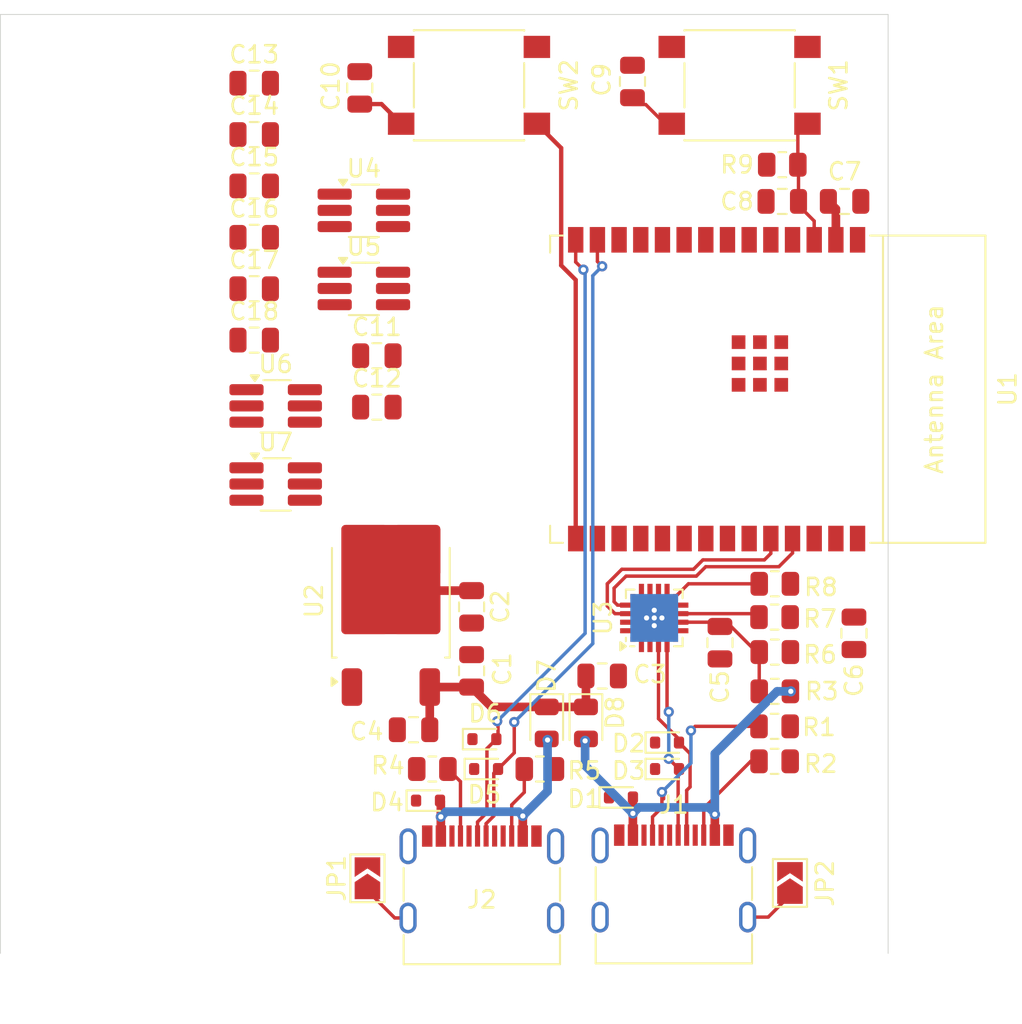
<source format=kicad_pcb>
(kicad_pcb (version 20240108) (generator "pcbnew") (generator_version "8.0")
  (layers (0 "F.Cu" signal) (31 "B.Cu" signal) (34 "B.Paste" user) (35 "F.Paste" user) (36 "B.SilkS" user "B.Silkscreen") (37 "F.SilkS" user "F.Silkscreen") (38 "B.Mask" user) (39 "F.Mask" user) (44 "Edge.Cuts" user))
  (net 0 "")
  (net 1 "GND")
  (net 2 "+5V")
  (net 3 "+3V3")
  (net 4 "Net-(U3-VBUS)")
  (net 5 "RESET")
  (net 6 "BOOT")
  (net 7 "VBUSA")
  (net 8 "D+")
  (net 9 "D-")
  (net 10 "VBUSB")
  (net 11 "ESP32_D-")
  (net 12 "ESP32_D+")
  (net 13 "Net-(J1-SHIELD)")
  (net 15 "Net-(J1-CC2)")
  (net 17 "Net-(J1-CC1)")
  (net 18 "Net-(J2-SHIELD)")
  (net 19 "Net-(J2-CC2)")
  (net 21 "Net-(J2-CC1)")
  (net 23 "Net-(U3-~{RST})")
  (net 24 "Net-(U3-~{SUSPEND})")
  (net 25 "I2C_SDA")
  (net 30 "USB_UART_TX")
  (net 37 "I2C_SCL")
  (net 40 "USB_UART_RX")
  (net 54 "OUTPUT")
  (net 55 "ANTENNA1")
  (net 56 "ANTENNA2")
  (net 57 "ANTENNA3")
  (net 58 "ANTENNA4")
  (net 59 "OUTPUT1")
  (net 60 "OUTPUT2")
  (net 61 "OUTPUT3")
  (net 62 "OUTPUT4")
  (footprint "Jumper:SolderJumper-2_P1.3mm_Open_TrianglePad1.0x1.5mm" (layer "F.Cu") (at 44.5 90.6 90)
    (property "Reference" "JP1" (at 0 -1.8 90) (layer "F.SilkS"))
    (property "Value" "SolderJumper_2_Open")
    (pad "1" smd custom (at -0.725 0 90) (size 0.3 0.3) (layers "F.Cu" "F.Mask") (net 18 "Net-(J2-SHIELD)") (options (clearance outline) (anchor rect)) (primitives (gr_poly (pts (xy 1 0) (xy 0.5 0.75) (xy -0.5 0.75) (xy -0.5 -0.75) (xy 0.5 -0.75)) (width 0) (fill yes))))
    (pad "2" smd custom (at 0.725 0 90) (size 0.3 0.3) (layers "F.Cu" "F.Mask") (net 1 "GND") (options (clearance outline) (anchor rect)) (primitives (gr_poly (pts (xy 0.5 0.75) (xy -0.65 0.75) (xy -0.15 0) (xy -0.65 -0.75) (xy 0.5 -0.75)) (width 0) (fill yes))))
  )
  (footprint "Connector_USB:USB_C_Receptacle_G-Switch_GT-USB-7010ASV" (layer "F.Cu") (at 62.45 91.8)
    (property "Reference" "J1" (at 0 -5.5 360) (layer "F.SilkS"))
    (property "Value" "USB_C_Receptacle_USB2.0_16P")
    (pad "" np_thru_hole circle (at -2.89 -2.605) (size 0.65 0.65) (drill 0.65) (layers "*.Cu" "*.Mask"))
    (pad "" np_thru_hole circle (at 2.89 -2.605) (size 0.65 0.65) (drill 0.65) (layers "*.Cu" "*.Mask"))
    (pad "A1" smd rect (at -3.2 -3.725) (size 0.6 1.24) (layers "F.Cu" "F.Paste" "F.Mask") (net 1 "GND"))
    (pad "A4" smd rect (at -2.4 -3.725) (size 0.6 1.24) (layers "F.Cu" "F.Paste" "F.Mask") (net 7 "VBUSA"))
    (pad "A5" smd rect (at -1.25 -3.725) (size 0.3 1.24) (layers "F.Cu" "F.Paste" "F.Mask") (net 17 "Net-(J1-CC1)"))
    (pad "A6" smd rect (at -0.25 -3.725) (size 0.3 1.24) (layers "F.Cu" "F.Paste" "F.Mask") (net 8 "D+"))
    (pad "A7" smd rect (at 0.25 -3.725) (size 0.3 1.24) (layers "F.Cu" "F.Paste" "F.Mask") (net 9 "D-"))
    (pad "A8" smd rect (at 1.25 -3.725) (size 0.3 1.24) (layers "F.Cu" "F.Paste" "F.Mask"))
    (pad "A9" smd rect (at 2.4 -3.725) (size 0.6 1.24) (layers "F.Cu" "F.Paste" "F.Mask") (net 7 "VBUSA"))
    (pad "A12" smd rect (at 3.2 -3.725) (size 0.6 1.24) (layers "F.Cu" "F.Paste" "F.Mask") (net 1 "GND"))
    (pad "B1" smd rect (at 3.2 -3.725) (size 0.6 1.24) (layers "F.Cu" "F.Paste" "F.Mask") (net 1 "GND"))
    (pad "B4" smd rect (at 2.4 -3.725) (size 0.6 1.24) (layers "F.Cu" "F.Paste" "F.Mask") (net 7 "VBUSA"))
    (pad "B5" smd rect (at 1.75 -3.725) (size 0.3 1.24) (layers "F.Cu" "F.Paste" "F.Mask") (net 15 "Net-(J1-CC2)"))
    (pad "B6" smd rect (at 0.75 -3.725) (size 0.3 1.24) (layers "F.Cu" "F.Paste" "F.Mask") (net 8 "D+"))
    (pad "B7" smd rect (at -0.75 -3.725) (size 0.3 1.24) (layers "F.Cu" "F.Paste" "F.Mask") (net 9 "D-"))
    (pad "B8" smd rect (at -1.75 -3.725) (size 0.3 1.24) (layers "F.Cu" "F.Paste" "F.Mask"))
    (pad "B9" smd rect (at -2.4 -3.725) (size 0.6 1.24) (layers "F.Cu" "F.Paste" "F.Mask") (net 7 "VBUSA"))
    (pad "B12" smd rect (at -3.2 -3.725) (size 0.6 1.24) (layers "F.Cu" "F.Paste" "F.Mask") (net 1 "GND"))
    (pad "S1" thru_hole oval (at -4.32 -3.125) (size 1 2.1) (drill oval 0.6 1.7) (layers "*.Cu" "*.Mask") (net 13 "Net-(J1-SHIELD)"))
    (pad "S1" thru_hole oval (at -4.32 1.075) (size 1 1.8) (drill oval 0.6 1.4) (layers "*.Cu" "*.Mask") (net 13 "Net-(J1-SHIELD)"))
    (pad "S1" thru_hole oval (at 4.32 -3.125) (size 1 2.1) (drill oval 0.6 1.7) (layers "*.Cu" "*.Mask") (net 13 "Net-(J1-SHIELD)"))
    (pad "S1" thru_hole oval (at 4.32 1.075) (size 1 1.8) (drill oval 0.6 1.4) (layers "*.Cu" "*.Mask") (net 13 "Net-(J1-SHIELD)"))
  )
  (footprint "Capacitor_SMD:C_0805_2012Metric" (layer "F.Cu") (at 37.865 56.065)
    (property "Reference" "C17" (at 0 -1.68 0) (layer "F.SilkS"))
    (property "Value" "10nF")
    (pad "1" smd roundrect (at -0.95 0) (size 1 1.45) (layers "F.Cu" "F.Paste" "F.Mask") (net 3 "+3V3"))
    (pad "2" smd roundrect (at 0.95 0) (size 1 1.45) (layers "F.Cu" "F.Paste" "F.Mask") (net 1 "GND"))
  )
  (footprint "Capacitor_SMD:C_0805_2012Metric" (layer "F.Cu") (at 50.6 74.7 -90)
    (property "Reference" "C2" (at 0 -1.68 90) (layer "F.SilkS"))
    (property "Value" "22uF")
    (pad "1" smd roundrect (at -0.95 0 270) (size 1 1.45) (layers "F.Cu" "F.Paste" "F.Mask") (net 3 "+3V3"))
    (pad "2" smd roundrect (at 0.95 0 270) (size 1 1.45) (layers "F.Cu" "F.Paste" "F.Mask") (net 1 "GND"))
  )
  (footprint "Resistor_SMD:R_0805_2012Metric" (layer "F.Cu") (at 68.3625 79.65 180)
    (property "Reference" "R3" (at -2.75 0 0) (layer "F.SilkS"))
    (property "Value" "22.1K")
    (pad "1" smd roundrect (at -0.9125 0 180) (size 1.025 1.4) (layers "F.Cu" "F.Paste" "F.Mask") (roundrect_rratio 0.243902) (net 7 "VBUSA"))
    (pad "2" smd roundrect (at 0.9125 0 180) (size 1.025 1.4) (layers "F.Cu" "F.Paste" "F.Mask") (roundrect_rratio 0.243902) (net 4 "Net-(U3-VBUS)"))
  )
  (footprint "Resistor_SMD:R_0805_2012Metric" (layer "F.Cu") (at 68.3625 73.35)
    (property "Reference" "R8" (at 2.7 0.2 360) (layer "F.SilkS"))
    (property "Value" "10K")
    (pad "1" smd roundrect (at -0.9125 0) (size 1.025 1.4) (layers "F.Cu" "F.Paste" "F.Mask") (roundrect_rratio 0.243902) (net 24 "Net-(U3-~{SUSPEND})"))
    (pad "2" smd roundrect (at 0.9125 0) (size 1.025 1.4) (layers "F.Cu" "F.Paste" "F.Mask") (roundrect_rratio 0.243902) (net 1 "GND"))
  )
  (footprint "Diode_SMD:D_SOD-523" (layer "F.Cu") (at 48.05 86.05)
    (property "Reference" "D4" (at -2.4 0.1 360) (layer "F.SilkS"))
    (property "Value" "LESD5D5.0CT1G")
    (pad "1" smd roundrect (at -0.7 0 180) (size 0.6 0.7) (layers "F.Cu" "F.Paste" "F.Mask") (net 1 "GND"))
    (pad "2" smd roundrect (at 0.7 0 180) (size 0.6 0.7) (layers "F.Cu" "F.Paste" "F.Mask") (net 10 "VBUSB"))
  )
  (footprint "Capacitor_SMD:C_0805_2012Metric" (layer "F.Cu") (at 37.865 47.035)
    (property "Reference" "C14" (at 0 -1.68 0) (layer "F.SilkS"))
    (property "Value" "50pF")
    (pad "1" smd roundrect (at -0.95 0) (size 1 1.45) (layers "F.Cu" "F.Paste" "F.Mask") (net 1 "GND"))
    (pad "2" smd roundrect (at 0.95 0) (size 1 1.45) (layers "F.Cu" "F.Paste" "F.Mask") (net 56 "ANTENNA2"))
  )
  (footprint "Capacitor_SMD:C_0805_2012Metric" (layer "F.Cu") (at 37.865 59.075)
    (property "Reference" "C18" (at 0 -1.68 0) (layer "F.SilkS"))
    (property "Value" "50pF")
    (pad "1" smd roundrect (at -0.95 0) (size 1 1.45) (layers "F.Cu" "F.Paste" "F.Mask") (net 1 "GND"))
    (pad "2" smd roundrect (at 0.95 0) (size 1 1.45) (layers "F.Cu" "F.Paste" "F.Mask") (net 58 "ANTENNA4"))
  )
  (footprint "Diode_SMD:D_SOD-523" (layer "F.Cu") (at 51.45 84.2)
    (property "Reference" "D5" (at -0.1 1.5 360) (layer "F.SilkS"))
    (property "Value" "LESD5D5.0CT1G")
    (pad "1" smd roundrect (at -0.7 0 180) (size 0.6 0.7) (layers "F.Cu" "F.Paste" "F.Mask") (net 1 "GND"))
    (pad "2" smd roundrect (at 0.7 0 180) (size 0.6 0.7) (layers "F.Cu" "F.Paste" "F.Mask") (net 11 "ESP32_D-"))
  )
  (footprint "Resistor_SMD:R_0805_2012Metric" (layer "F.Cu") (at 68.3625 77.35 180)
    (property "Reference" "R6" (at -2.65 -0.15 360) (layer "F.SilkS"))
    (property "Value" "47.5k")
    (pad "1" smd roundrect (at -0.9125 0 180) (size 1.025 1.4) (layers "F.Cu" "F.Paste" "F.Mask") (roundrect_rratio 0.243902) (net 1 "GND"))
    (pad "2" smd roundrect (at 0.9125 0 180) (size 1.025 1.4) (layers "F.Cu" "F.Paste" "F.Mask") (roundrect_rratio 0.243902) (net 4 "Net-(U3-VBUS)"))
  )
  (footprint "Package_TO_SOT_SMD:TSOT-23-6_HandSoldering" (layer "F.Cu") (at 44.29 56.05)
    (property "Reference" "U5" (at 0 -2.45 0) (layer "F.SilkS"))
    (property "Value" "TTP223-BA6")
    (pad "1" smd roundrect (at -1.71 -0.95) (size 2 0.65) (layers "F.Cu" "F.Paste" "F.Mask") (net 60 "OUTPUT2"))
    (pad "2" smd roundrect (at -1.71 0) (size 2 0.65) (layers "F.Cu" "F.Paste" "F.Mask") (net 1 "GND"))
    (pad "3" smd roundrect (at -1.71 0.95) (size 2 0.65) (layers "F.Cu" "F.Paste" "F.Mask") (net 56 "ANTENNA2"))
    (pad "4" smd roundrect (at 1.71 0.95) (size 2 0.65) (layers "F.Cu" "F.Paste" "F.Mask") (net 1 "GND"))
    (pad "5" smd roundrect (at 1.71 0) (size 2 0.65) (layers "F.Cu" "F.Paste" "F.Mask") (net 3 "+3V3"))
    (pad "6" smd roundrect (at 1.71 -0.95) (size 2 0.65) (layers "F.Cu" "F.Paste" "F.Mask") (net 1 "GND"))
  )
  (footprint "Capacitor_SMD:C_0805_2012Metric" (layer "F.Cu") (at 65.15 76.8 -90)
    (property "Reference" "C5" (at 2.6 0 90) (layer "F.SilkS"))
    (property "Value" "10uF")
    (pad "1" smd roundrect (at -0.95 0 270) (size 1 1.45) (layers "F.Cu" "F.Paste" "F.Mask") (net 4 "Net-(U3-VBUS)"))
    (pad "2" smd roundrect (at 0.95 0 270) (size 1 1.45) (layers "F.Cu" "F.Paste" "F.Mask") (net 1 "GND"))
  )
  (footprint "Button_Switch_SMD:SW_Push_1P1T_NO_6x6mm_H9.5mm" (layer "F.Cu") (at 50.45 44.15 180)
    (property "Reference" "SW2" (at -5.85 0 90) (layer "F.SilkS"))
    (property "Value" "SW_Push")
    (pad "1" smd rect (at -3.975 -2.25 180) (size 1.55 1.3) (layers "F.Cu" "F.Paste" "F.Mask") (net 6 "BOOT"))
    (pad "1" smd rect (at 3.975 -2.25 180) (size 1.55 1.3) (layers "F.Cu" "F.Paste" "F.Mask") (net 6 "BOOT"))
    (pad "2" smd rect (at -3.975 2.25 180) (size 1.55 1.3) (layers "F.Cu" "F.Paste" "F.Mask") (net 1 "GND"))
    (pad "2" smd rect (at 3.975 2.25 180) (size 1.55 1.3) (layers "F.Cu" "F.Paste" "F.Mask") (net 1 "GND"))
  )
  (footprint "Resistor_SMD:R_0805_2012Metric" (layer "F.Cu") (at 68.35 81.7)
    (property "Reference" "R1" (at 2.6 0.05 0) (layer "F.SilkS"))
    (property "Value" "5K1")
    (pad "1" smd roundrect (at -0.9125 0) (size 1.025 1.4) (layers "F.Cu" "F.Paste" "F.Mask") (roundrect_rratio 0.243902) (net 17 "Net-(J1-CC1)"))
    (pad "2" smd roundrect (at 0.9125 0) (size 1.025 1.4) (layers "F.Cu" "F.Paste" "F.Mask") (roundrect_rratio 0.243902) (net 1 "GND"))
  )
  (footprint "Package_TO_SOT_SMD:TSOT-23-6_HandSoldering" (layer "F.Cu") (at 39.125 67.505)
    (property "Reference" "U7" (at 0 -2.45 0) (layer "F.SilkS"))
    (property "Value" "TTP223-BA6")
    (pad "1" smd roundrect (at -1.71 -0.95) (size 2 0.65) (layers "F.Cu" "F.Paste" "F.Mask") (net 62 "OUTPUT4"))
    (pad "2" smd roundrect (at -1.71 0) (size 2 0.65) (layers "F.Cu" "F.Paste" "F.Mask") (net 1 "GND"))
    (pad "3" smd roundrect (at -1.71 0.95) (size 2 0.65) (layers "F.Cu" "F.Paste" "F.Mask") (net 58 "ANTENNA4"))
    (pad "4" smd roundrect (at 1.71 0.95) (size 2 0.65) (layers "F.Cu" "F.Paste" "F.Mask") (net 1 "GND"))
    (pad "5" smd roundrect (at 1.71 0) (size 2 0.65) (layers "F.Cu" "F.Paste" "F.Mask") (net 3 "+3V3"))
    (pad "6" smd roundrect (at 1.71 -0.95) (size 2 0.65) (layers "F.Cu" "F.Paste" "F.Mask") (net 1 "GND"))
  )
  (footprint "Capacitor_SMD:C_0805_2012Metric" (layer "F.Cu") (at 45.05 59.99)
    (property "Reference" "C11" (at 0 -1.68 0) (layer "F.SilkS"))
    (property "Value" "10nF")
    (pad "1" smd roundrect (at -0.95 0) (size 1 1.45) (layers "F.Cu" "F.Paste" "F.Mask") (net 3 "+3V3"))
    (pad "2" smd roundrect (at 0.95 0) (size 1 1.45) (layers "F.Cu" "F.Paste" "F.Mask") (net 1 "GND"))
  )
  (footprint "Capacitor_SMD:C_0805_2012Metric" (layer "F.Cu") (at 50.6 78.45 90)
    (property "Reference" "C1" (at 0.1 1.8 90) (layer "F.SilkS"))
    (property "Value" "10uF")
    (pad "1" smd roundrect (at -0.95 0 90) (size 1 1.45) (layers "F.Cu" "F.Paste" "F.Mask") (net 2 "+5V"))
    (pad "2" smd roundrect (at 0.95 0 90) (size 1 1.45) (layers "F.Cu" "F.Paste" "F.Mask") (net 1 "GND"))
  )
  (footprint "Resistor_SMD:R_0805_2012Metric" (layer "F.Cu") (at 68.35 83.75)
    (property "Reference" "R2" (at 2.7 0.15 360) (layer "F.SilkS"))
    (property "Value" "5K1")
    (pad "1" smd roundrect (at -0.9125 0) (size 1.025 1.4) (layers "F.Cu" "F.Paste" "F.Mask") (roundrect_rratio 0.243902) (net 15 "Net-(J1-CC2)"))
    (pad "2" smd roundrect (at 0.9125 0) (size 1.025 1.4) (layers "F.Cu" "F.Paste" "F.Mask") (roundrect_rratio 0.243902) (net 1 "GND"))
  )
  (footprint "Diode_SMD:D_SOD-523" (layer "F.Cu") (at 62.05 84.2)
    (property "Reference" "D3" (at -2.25 0.1 360) (layer "F.SilkS"))
    (property "Value" "LESD5D5.0CT1G")
    (pad "1" smd roundrect (at -0.7 0 180) (size 0.6 0.7) (layers "F.Cu" "F.Paste" "F.Mask") (net 1 "GND"))
    (pad "2" smd roundrect (at 0.7 0 180) (size 0.6 0.7) (layers "F.Cu" "F.Paste" "F.Mask") (net 9 "D-"))
  )
  (footprint "Capacitor_SMD:C_0805_2012Metric" (layer "F.Cu") (at 37.865 50.045)
    (property "Reference" "C15" (at 0 -1.68 0) (layer "F.SilkS"))
    (property "Value" "10nF")
    (pad "1" smd roundrect (at -0.95 0) (size 1 1.45) (layers "F.Cu" "F.Paste" "F.Mask") (net 3 "+3V3"))
    (pad "2" smd roundrect (at 0.95 0) (size 1 1.45) (layers "F.Cu" "F.Paste" "F.Mask") (net 1 "GND"))
  )
  (footprint "Capacitor_SMD:C_0805_2012Metric" (layer "F.Cu") (at 37.865 44.025)
    (property "Reference" "C13" (at 0 -1.68 0) (layer "F.SilkS"))
    (property "Value" "50pF")
    (pad "1" smd roundrect (at -0.95 0) (size 1 1.45) (layers "F.Cu" "F.Paste" "F.Mask") (net 1 "GND"))
    (pad "2" smd roundrect (at 0.95 0) (size 1 1.45) (layers "F.Cu" "F.Paste" "F.Mask") (net 55 "ANTENNA1"))
  )
  (footprint "Capacitor_SMD:C_0805_2012Metric" (layer "F.Cu") (at 68.8 50.95 180)
    (property "Reference" "C8" (at 2.65 0 360) (layer "F.SilkS"))
    (property "Value" "1uF")
    (pad "1" smd roundrect (at -0.95 0 180) (size 1 1.45) (layers "F.Cu" "F.Paste" "F.Mask") (net 5 "RESET"))
    (pad "2" smd roundrect (at 0.95 0 180) (size 1 1.45) (layers "F.Cu" "F.Paste" "F.Mask") (net 1 "GND"))
  )
  (footprint "Resistor_SMD:R_0805_2012Metric" (layer "F.Cu") (at 54.6 84.2)
    (property "Reference" "R5" (at 2.6 0.1 0) (layer "F.SilkS"))
    (property "Value" "5K1")
    (pad "1" smd roundrect (at -0.9125 0) (size 1.025 1.4) (layers "F.Cu" "F.Paste" "F.Mask") (roundrect_rratio 0.243902) (net 19 "Net-(J2-CC2)"))
    (pad "2" smd roundrect (at 0.9125 0) (size 1.025 1.4) (layers "F.Cu" "F.Paste" "F.Mask") (roundrect_rratio 0.243902) (net 1 "GND"))
  )
  (footprint "Diode_SMD:D_0805_2012Metric" (layer "F.Cu") (at 55 81.5 -90)
    (property "Reference" "D7" (at -2.75 0 90) (layer "F.SilkS"))
    (property "Value" "D")
    (pad "1" smd roundrect (at -0.9375 0 270) (size 0.975 1.4) (layers "F.Cu" "F.Paste" "F.Mask") (net 2 "+5V"))
    (pad "2" smd roundrect (at 0.9375 0 270) (size 0.975 1.4) (layers "F.Cu" "F.Paste" "F.Mask") (net 10 "VBUSB"))
  )
  (footprint "Capacitor_SMD:C_0805_2012Metric" (layer "F.Cu") (at 47.2 81.9 180)
    (property "Reference" "C4" (at 2.75 -0.1 360) (layer "F.SilkS"))
    (property "Value" "10uF")
    (pad "1" smd roundrect (at -0.95 0 180) (size 1 1.45) (layers "F.Cu" "F.Paste" "F.Mask") (net 2 "+5V"))
    (pad "2" smd roundrect (at 0.95 0 180) (size 1 1.45) (layers "F.Cu" "F.Paste" "F.Mask") (net 1 "GND"))
  )
  (footprint "Capacitor_SMD:C_0805_2012Metric" (layer "F.Cu") (at 37.865 53.055)
    (property "Reference" "C16" (at 0 -1.68 0) (layer "F.SilkS"))
    (property "Value" "50pF")
    (pad "1" smd roundrect (at -0.95 0) (size 1 1.45) (layers "F.Cu" "F.Paste" "F.Mask") (net 1 "GND"))
    (pad "2" smd roundrect (at 0.95 0) (size 1 1.45) (layers "F.Cu" "F.Paste" "F.Mask") (net 57 "ANTENNA3"))
  )
  (footprint "Capacitor_SMD:C_0805_2012Metric" (layer "F.Cu") (at 73 76.25 -90)
    (property "Reference" "C6" (at 2.75 0 90) (layer "F.SilkS"))
    (property "Value" "10uF")
    (pad "1" smd roundrect (at -0.95 0 270) (size 1 1.45) (layers "F.Cu" "F.Paste" "F.Mask") (net 3 "+3V3"))
    (pad "2" smd roundrect (at 0.95 0 270) (size 1 1.45) (layers "F.Cu" "F.Paste" "F.Mask") (net 1 "GND"))
  )
  (footprint "Resistor_SMD:R_0805_2012Metric" (layer "F.Cu") (at 68.8 48.8)
    (property "Reference" "R9" (at -2.65 0 360) (layer "F.SilkS"))
    (property "Value" "10K")
    (pad "1" smd roundrect (at -0.9125 0) (size 1.025 1.4) (layers "F.Cu" "F.Paste" "F.Mask") (roundrect_rratio 0.243902) (net 3 "+3V3"))
    (pad "2" smd roundrect (at 0.9125 0) (size 1.025 1.4) (layers "F.Cu" "F.Paste" "F.Mask") (roundrect_rratio 0.243902) (net 5 "RESET"))
  )
  (footprint "Jumper:SolderJumper-2_P1.3mm_Open_TrianglePad1.0x1.5mm" (layer "F.Cu") (at 69.25 90.875 90)
    (property "Reference" "JP2" (at -0.025 2.05 90) (layer "F.SilkS"))
    (property "Value" "SolderJumper_2_Open")
    (pad "1" smd custom (at -0.725 0 90) (size 0.3 0.3) (layers "F.Cu" "F.Mask") (net 13 "Net-(J1-SHIELD)") (options (clearance outline) (anchor rect)) (primitives (gr_poly (pts (xy 1 0) (xy 0.5 0.75) (xy -0.5 0.75) (xy -0.5 -0.75) (xy 0.5 -0.75)) (width 0) (fill yes))))
    (pad "2" smd custom (at 0.725 0 90) (size 0.3 0.3) (layers "F.Cu" "F.Mask") (net 1 "GND") (options (clearance outline) (anchor rect)) (primitives (gr_poly (pts (xy 0.5 0.75) (xy -0.65 0.75) (xy -0.15 0) (xy -0.65 -0.75) (xy 0.5 -0.75)) (width 0) (fill yes))))
  )
  (footprint "Diode_SMD:D_SOD-523" (layer "F.Cu") (at 59.35 85.865)
    (property "Reference" "D1" (at -2.15 0.085 360) (layer "F.SilkS"))
    (property "Value" "LESD5D5.0CT1G")
    (pad "1" smd roundrect (at -0.7 0 180) (size 0.6 0.7) (layers "F.Cu" "F.Paste" "F.Mask") (net 1 "GND"))
    (pad "2" smd roundrect (at 0.7 0 180) (size 0.6 0.7) (layers "F.Cu" "F.Paste" "F.Mask") (net 7 "VBUSA"))
  )
  (footprint "Diode_SMD:D_SOD-523" (layer "F.Cu") (at 51.35 82.45)
    (property "Reference" "D6" (at 0.05 -1.5 360) (layer "F.SilkS"))
    (property "Value" "LESD5D5.0CT1G")
    (pad "1" smd roundrect (at -0.7 0 180) (size 0.6 0.7) (layers "F.Cu" "F.Paste" "F.Mask") (net 1 "GND"))
    (pad "2" smd roundrect (at 0.7 0 180) (size 0.6 0.7) (layers "F.Cu" "F.Paste" "F.Mask") (net 12 "ESP32_D+"))
  )
  (footprint "Capacitor_SMD:C_0805_2012Metric" (layer "F.Cu") (at 44.05 44.3 -90)
    (property "Reference" "C10" (at -0.1 1.7 90) (layer "F.SilkS"))
    (property "Value" "10nF")
    (pad "1" smd roundrect (at -0.95 0 270) (size 1 1.45) (layers "F.Cu" "F.Paste" "F.Mask") (net 1 "GND"))
    (pad "2" smd roundrect (at 0.95 0 270) (size 1 1.45) (layers "F.Cu" "F.Paste" "F.Mask") (net 6 "BOOT"))
  )
  (footprint "Package_TO_SOT_SMD:TO-252-2" (layer "F.Cu") (at 45.87 74.36 90)
    (property "Reference" "U2" (at 0 -4.5 90) (layer "F.SilkS"))
    (property "Value" "AZ1117-3.3")
    (pad "1" smd roundrect (at -5.04 -2.28 90) (size 2.2 1.2) (layers "F.Cu" "F.Paste" "F.Mask") (roundrect_rratio 0.208333) (net 1 "GND"))
    (pad "2" smd roundrect (at -0.415 -1.525 90) (size 3.05 2.75) (layers "F.Cu" "F.Paste") (roundrect_rratio 0.090909) (net 3 "+3V3"))
    (pad "2" smd roundrect (at -0.415 1.525 90) (size 3.05 2.75) (layers "F.Cu" "F.Paste") (roundrect_rratio 0.090909) (net 3 "+3V3"))
    (pad "2" smd roundrect (at 1.26 0 90) (size 6.4 5.8) (layers "F.Cu" "F.Mask") (roundrect_rratio 0.043103) (net 3 "+3V3"))
    (pad "2" smd roundrect (at 2.935 -1.525 90) (size 3.05 2.75) (layers "F.Cu" "F.Paste") (roundrect_rratio 0.090909) (net 3 "+3V3"))
    (pad "2" smd roundrect (at 2.935 1.525 90) (size 3.05 2.75) (layers "F.Cu" "F.Paste") (roundrect_rratio 0.090909) (net 3 "+3V3"))
    (pad "3" smd roundrect (at -5.04 2.28 90) (size 2.2 1.2) (layers "F.Cu" "F.Paste" "F.Mask") (roundrect_rratio 0.208333) (net 2 "+5V"))
  )
  (footprint "Diode_SMD:D_0805_2012Metric" (layer "F.Cu") (at 57.3 81.5 -90)
    (property "Reference" "D8" (at -0.6 -1.7 90) (layer "F.SilkS"))
    (property "Value" "D")
    (pad "1" smd roundrect (at -0.9375 0 270) (size 0.975 1.4) (layers "F.Cu" "F.Paste" "F.Mask") (net 2 "+5V"))
    (pad "2" smd roundrect (at 0.9375 0 270) (size 0.975 1.4) (layers "F.Cu" "F.Paste" "F.Mask") (net 7 "VBUSA"))
  )
  (footprint "Package_DFN_QFN:SiliconLabs_QFN-20-1EP_3x3mm_P0.5mm_EP1.8x1.8mm_ThermalVias" (layer "F.Cu") (at 61.3 75.35 90)
    (property "Reference" "U3" (at 0 -3 90) (layer "F.SilkS"))
    (property "Value" "CP2102N-Axx-xQFN20")
    (pad "1" smd rect (at -1.25 -1.25 90) (size 0.3 0.3) (layers "F.Cu" "F.Paste" "F.Mask"))
    (pad "2" smd rect (at -1.55 -0.75 90) (size 0.9 0.3) (layers "F.Cu" "F.Paste" "F.Mask"))
    (pad "3" smd rect (at -1.55 -0.25 90) (size 0.9 0.3) (layers "F.Cu" "F.Paste" "F.Mask") (net 1 "GND"))
    (pad "4" smd rect (at -1.55 0.25 90) (size 0.9 0.3) (layers "F.Cu" "F.Paste" "F.Mask") (net 8 "D+"))
    (pad "5" smd rect (at -1.55 0.75 90) (size 0.9 0.3) (layers "F.Cu" "F.Paste" "F.Mask") (net 9 "D-"))
    (pad "6" smd rect (at -1.25 1.25 90) (size 0.3 0.3) (layers "F.Cu" "F.Paste" "F.Mask") (net 3 "+3V3"))
    (pad "7" smd rect (at -0.75 1.55 180) (size 0.9 0.3) (layers "F.Cu" "F.Paste" "F.Mask") (net 3 "+3V3"))
    (pad "8" smd rect (at -0.25 1.55 180) (size 0.9 0.3) (layers "F.Cu" "F.Paste" "F.Mask") (net 4 "Net-(U3-VBUS)"))
    (pad "9" smd rect (at 0.25 1.55 180) (size 0.9 0.3) (layers "F.Cu" "F.Paste" "F.Mask") (net 23 "Net-(U3-~{RST})"))
    (pad "10" smd rect (at 0.75 1.55 180) (size 0.9 0.3) (layers "F.Cu" "F.Paste" "F.Mask"))
    (pad "11" smd rect (at 1.25 1.25 90) (size 0.3 0.3) (layers "F.Cu" "F.Paste" "F.Mask") (net 24 "Net-(U3-~{SUSPEND})"))
    (pad "12" smd rect (at 1.55 0.75 90) (size 0.9 0.3) (layers "F.Cu" "F.Paste" "F.Mask") (net 1 "GND"))
    (pad "13" smd rect (at 1.55 0.25 90) (size 0.9 0.3) (layers "F.Cu" "F.Paste" "F.Mask"))
    (pad "14" smd rect (at 1.55 -0.25 90) (size 0.9 0.3) (layers "F.Cu" "F.Paste" "F.Mask"))
    (pad "15" smd rect (at 1.55 -0.75 90) (size 0.9 0.3) (layers "F.Cu" "F.Paste" "F.Mask"))
    (pad "16" smd rect (at 1.25 -1.25 90) (size 0.3 0.3) (layers "F.Cu" "F.Paste" "F.Mask"))
    (pad "17" smd rect (at 0.75 -1.55 180) (size 0.9 0.3) (layers "F.Cu" "F.Paste" "F.Mask") (net 40 "USB_UART_RX"))
    (pad "18" smd rect (at 0.25 -1.55 180) (size 0.9 0.3) (layers "F.Cu" "F.Paste" "F.Mask") (net 30 "USB_UART_TX"))
    (pad "19" smd rect (at -0.25 -1.55 180) (size 0.9 0.3) (layers "F.Cu" "F.Paste" "F.Mask"))
    (pad "20" smd rect (at -0.75 -1.55 180) (size 0.9 0.3) (layers "F.Cu" "F.Paste" "F.Mask"))
    (pad "21" thru_hole circle (at -0.45 0 90) (size 0.6 0.6) (drill 0.3) (layers "*.Cu") (net 1 "GND"))
    (pad "21" thru_hole circle (at 0 -0.45 90) (size 0.6 0.6) (drill 0.3) (layers "*.Cu") (net 1 "GND"))
    (pad "21" thru_hole circle (at 0 0 90) (size 0.6 0.6) (drill 0.3) (layers "*.Cu") (net 1 "GND"))
    (pad "21" smd rect (at 0 0 90) (size 1.8 1.8) (layers "F.Cu" "F.Mask") (net 1 "GND"))
    (pad "21" smd rect (at 0 0 90) (size 2.8 2.8) (layers "B.Cu") (net 1 "GND"))
    (pad "21" thru_hole circle (at 0 0.45 90) (size 0.6 0.6) (drill 0.3) (layers "*.Cu") (net 1 "GND"))
    (pad "21" thru_hole circle (at 0.45 0 90) (size 0.6 0.6) (drill 0.3) (layers "*.Cu") (net 1 "GND"))
  )
  (footprint "Resistor_SMD:R_0805_2012Metric" (layer "F.Cu") (at 48.3 84.2 180)
    (property "Reference" "R4" (at 2.6 0.2 360) (layer "F.SilkS"))
    (property "Value" "5K1")
    (pad "1" smd roundrect (at -0.9125 0 180) (size 1.025 1.4) (layers "F.Cu" "F.Paste" "F.Mask") (roundrect_rratio 0.243902) (net 21 "Net-(J2-CC1)"))
    (pad "2" smd roundrect (at 0.9125 0 180) (size 1.025 1.4) (layers "F.Cu" "F.Paste" "F.Mask") (roundrect_rratio 0.243902) (net 1 "GND"))
  )
  (footprint "Capacitor_SMD:C_0805_2012Metric" (layer "F.Cu") (at 72.45 50.95 180)
    (property "Reference" "C7" (at 0 1.75 360) (layer "F.SilkS"))
    (property "Value" "1uF")
    (pad "1" smd roundrect (at -0.95 0 180) (size 1 1.45) (layers "F.Cu" "F.Paste" "F.Mask") (net 1 "GND"))
    (pad "2" smd roundrect (at 0.95 0 180) (size 1 1.45) (layers "F.Cu" "F.Paste" "F.Mask") (net 3 "+3V3"))
  )
  (footprint "PCM_Espressif:ESP32-C6-WROOM-1" (layer "F.Cu") (at 64.95 61.95 -90)
    (property "Reference" "U1" (at 0 -17.05 90) (layer "F.SilkS"))
    (property "Value" "ESP32-C6-WROOM-1")
    (fp_text user "Antenna Area" (at 0 -12.75 90) (layer "F.SilkS"))
    (pad "1" smd rect (at -8.75 -8.26 270) (size 1.5 0.9) (layers "F.Cu" "F.Paste" "F.Mask") (net 1 "GND"))
    (pad "2" smd rect (at -8.75 -6.99 270) (size 1.5 0.9) (layers "F.Cu" "F.Paste" "F.Mask") (net 3 "+3V3"))
    (pad "3" smd rect (at -8.75 -5.72 270) (size 1.5 0.9) (layers "F.Cu" "F.Paste" "F.Mask") (net 5 "RESET"))
    (pad "4" smd rect (at -8.75 -4.45 270) (size 1.5 0.9) (layers "F.Cu" "F.Paste" "F.Mask"))
    (pad "5" smd rect (at -8.75 -3.18 270) (size 1.5 0.9) (layers "F.Cu" "F.Paste" "F.Mask"))
    (pad "6" smd rect (at -8.75 -1.91 270) (size 1.5 0.9) (layers "F.Cu" "F.Paste" "F.Mask"))
    (pad "7" smd rect (at -8.75 -0.64 270) (size 1.5 0.9) (layers "F.Cu" "F.Paste" "F.Mask"))
    (pad "8" smd rect (at -8.75 0.63 270) (size 1.5 0.9) (layers "F.Cu" "F.Paste" "F.Mask"))
    (pad "9" smd rect (at -8.75 1.9 270) (size 1.5 0.9) (layers "F.Cu" "F.Paste" "F.Mask"))
    (pad "10" smd rect (at -8.75 3.17 270) (size 1.5 0.9) (layers "F.Cu" "F.Paste" "F.Mask"))
    (pad "11" smd rect (at -8.75 4.44 270) (size 1.5 0.9) (layers "F.Cu" "F.Paste" "F.Mask") (net 25 "I2C_SDA"))
    (pad "12" smd rect (at -8.75 5.71 270) (size 1.5 0.9) (layers "F.Cu" "F.Paste" "F.Mask") (net 37 "I2C_SCL"))
    (pad "13" smd rect (at -8.75 6.98 270) (size 1.5 0.9) (layers "F.Cu" "F.Paste" "F.Mask") (net 11 "ESP32_D-"))
    (pad "14" smd rect (at -8.75 8.25 270) (size 1.5 0.9) (layers "F.Cu" "F.Paste" "F.Mask") (net 12 "ESP32_D+"))
    (pad "15" smd rect (at 8.75 8.25 90) (size 1.5 0.9) (layers "F.Cu" "F.Paste" "F.Mask") (net 6 "BOOT"))
    (pad "16" smd rect (at 8.75 6.98 90) (size 1.5 0.9) (layers "F.Cu" "F.Paste" "F.Mask"))
    (pad "17" smd rect (at 8.75 5.71 90) (size 1.5 0.9) (layers "F.Cu" "F.Paste" "F.Mask"))
    (pad "18" smd rect (at 8.75 4.44 90) (size 1.5 0.9) (layers "F.Cu" "F.Paste" "F.Mask"))
    (pad "19" smd rect (at 8.75 3.17 90) (size 1.5 0.9) (layers "F.Cu" "F.Paste" "F.Mask"))
    (pad "20" smd rect (at 8.75 1.9 90) (size 1.5 0.9) (layers "F.Cu" "F.Paste" "F.Mask"))
    (pad "21" smd rect (at 8.75 0.63 90) (size 1.5 0.9) (layers "F.Cu" "F.Paste" "F.Mask"))
    (pad "22" smd rect (at 8.75 -0.64 90) (size 1.5 0.9) (layers "F.Cu" "F.Paste" "F.Mask"))
    (pad "23" smd rect (at 8.75 -1.91 90) (size 1.5 0.9) (layers "F.Cu" "F.Paste" "F.Mask") (net 54 "OUTPUT"))
    (pad "24" smd rect (at 8.75 -3.18 90) (size 1.5 0.9) (layers "F.Cu" "F.Paste" "F.Mask") (net 30 "USB_UART_TX"))
    (pad "25" smd rect (at 8.75 -4.45 90) (size 1.5 0.9) (layers "F.Cu" "F.Paste" "F.Mask") (net 40 "USB_UART_RX"))
    (pad "26" smd rect (at 8.75 -5.72 90) (size 1.5 0.9) (layers "F.Cu" "F.Paste" "F.Mask"))
    (pad "27" smd rect (at 8.75 -6.99 90) (size 1.5 0.9) (layers "F.Cu" "F.Paste" "F.Mask"))
    (pad "28" smd rect (at 8.75 -8.26 90) (size 1.5 0.9) (layers "F.Cu" "F.Paste" "F.Mask") (net 1 "GND"))
    (pad "29" smd rect (at -2.755 -3.79 90) (size 0.8 0.8) (layers "F.Cu" "F.Paste" "F.Mask") (net 1 "GND"))
    (pad "29" smd rect (at -2.755 -2.54 90) (size 0.8 0.8) (layers "F.Cu" "F.Paste" "F.Mask") (net 1 "GND"))
    (pad "29" smd rect (at -2.755 -1.29 90) (size 0.8 0.8) (layers "F.Cu" "F.Paste" "F.Mask") (net 1 "GND"))
    (pad "29" smd rect (at -1.505 -3.79 90) (size 0.8 0.8) (layers "F.Cu" "F.Paste" "F.Mask") (net 1 "GND"))
    (pad "29" smd rect (at -1.505 -2.54 90) (size 0.8 0.8) (layers "F.Cu" "F.Paste" "F.Mask") (net 1 "GND"))
    (pad "29" smd rect (at -1.505 -1.29 90) (size 0.8 0.8) (layers "F.Cu" "F.Paste" "F.Mask") (net 1 "GND"))
    (pad "29" smd rect (at -0.255 -3.79 90) (size 0.8 0.8) (layers "F.Cu" "F.Paste" "F.Mask") (net 1 "GND"))
    (pad "29" smd rect (at -0.255 -2.54 90) (size 0.8 0.8) (layers "F.Cu" "F.Paste" "F.Mask") (net 1 "GND"))
    (pad "29" smd rect (at -0.255 -1.29 90) (size 0.8 0.8) (layers "F.Cu" "F.Paste" "F.Mask") (net 1 "GND"))
  )
  (footprint "Connector_USB:USB_C_Receptacle_G-Switch_GT-USB-7010ASV" (layer "F.Cu") (at 51.2 91.85)
    (property "Reference" "J2" (at 0 0 360) (layer "F.SilkS"))
    (property "Value" "USB_C_Receptacle_USB2.0_16P")
    (pad "" np_thru_hole circle (at -2.89 -2.605) (size 0.65 0.65) (drill 0.65) (layers "*.Cu" "*.Mask"))
    (pad "" np_thru_hole circle (at 2.89 -2.605) (size 0.65 0.65) (drill 0.65) (layers "*.Cu" "*.Mask"))
    (pad "A1" smd rect (at -3.2 -3.725) (size 0.6 1.24) (layers "F.Cu" "F.Paste" "F.Mask") (net 1 "GND"))
    (pad "A4" smd rect (at -2.4 -3.725) (size 0.6 1.24) (layers "F.Cu" "F.Paste" "F.Mask") (net 10 "VBUSB"))
    (pad "A5" smd rect (at -1.25 -3.725) (size 0.3 1.24) (layers "F.Cu" "F.Paste" "F.Mask") (net 21 "Net-(J2-CC1)"))
    (pad "A6" smd rect (at -0.25 -3.725) (size 0.3 1.24) (layers "F.Cu" "F.Paste" "F.Mask") (net 12 "ESP32_D+"))
    (pad "A7" smd rect (at 0.25 -3.725) (size 0.3 1.24) (layers "F.Cu" "F.Paste" "F.Mask") (net 11 "ESP32_D-"))
    (pad "A8" smd rect (at 1.25 -3.725) (size 0.3 1.24) (layers "F.Cu" "F.Paste" "F.Mask"))
    (pad "A9" smd rect (at 2.4 -3.725) (size 0.6 1.24) (layers "F.Cu" "F.Paste" "F.Mask") (net 10 "VBUSB"))
    (pad "A12" smd rect (at 3.2 -3.725) (size 0.6 1.24) (layers "F.Cu" "F.Paste" "F.Mask") (net 1 "GND"))
    (pad "B1" smd rect (at 3.2 -3.725) (size 0.6 1.24) (layers "F.Cu" "F.Paste" "F.Mask") (net 1 "GND"))
    (pad "B4" smd rect (at 2.4 -3.725) (size 0.6 1.24) (layers "F.Cu" "F.Paste" "F.Mask") (net 10 "VBUSB"))
    (pad "B5" smd rect (at 1.75 -3.725) (size 0.3 1.24) (layers "F.Cu" "F.Paste" "F.Mask") (net 19 "Net-(J2-CC2)"))
    (pad "B6" smd rect (at 0.75 -3.725) (size 0.3 1.24) (layers "F.Cu" "F.Paste" "F.Mask") (net 12 "ESP32_D+"))
    (pad "B7" smd rect (at -0.75 -3.725) (size 0.3 1.24) (layers "F.Cu" "F.Paste" "F.Mask") (net 11 "ESP32_D-"))
    (pad "B8" smd rect (at -1.75 -3.725) (size 0.3 1.24) (layers "F.Cu" "F.Paste" "F.Mask"))
    (pad "B9" smd rect (at -2.4 -3.725) (size 0.6 1.24) (layers "F.Cu" "F.Paste" "F.Mask") (net 10 "VBUSB"))
    (pad "B12" smd rect (at -3.2 -3.725) (size 0.6 1.24) (layers "F.Cu" "F.Paste" "F.Mask") (net 1 "GND"))
    (pad "S1" thru_hole oval (at -4.32 -3.125) (size 1 2.1) (drill oval 0.6 1.7) (layers "*.Cu" "*.Mask") (net 18 "Net-(J2-SHIELD)"))
    (pad "S1" thru_hole oval (at -4.32 1.075) (size 1 1.8) (drill oval 0.6 1.4) (layers "*.Cu" "*.Mask") (net 18 "Net-(J2-SHIELD)"))
    (pad "S1" thru_hole oval (at 4.32 -3.125) (size 1 2.1) (drill oval 0.6 1.7) (layers "*.Cu" "*.Mask") (net 18 "Net-(J2-SHIELD)"))
    (pad "S1" thru_hole oval (at 4.32 1.075) (size 1 1.8) (drill oval 0.6 1.4) (layers "*.Cu" "*.Mask") (net 18 "Net-(J2-SHIELD)"))
  )
  (footprint "Capacitor_SMD:C_0805_2012Metric" (layer "F.Cu") (at 60.025 43.925 -90)
    (property "Reference" "C9" (at -0.1 1.8 90) (layer "F.SilkS"))
    (property "Value" "10nF")
    (pad "1" smd roundrect (at -0.95 0 270) (size 1 1.45) (layers "F.Cu" "F.Paste" "F.Mask") (net 1 "GND"))
    (pad "2" smd roundrect (at 0.95 0 270) (size 1 1.45) (layers "F.Cu" "F.Paste" "F.Mask") (net 5 "RESET"))
  )
  (footprint "Capacitor_SMD:C_0805_2012Metric" (layer "F.Cu") (at 45.05 63)
    (property "Reference" "C12" (at 0 -1.68 0) (layer "F.SilkS"))
    (property "Value" "10nF")
    (pad "1" smd roundrect (at -0.95 0) (size 1 1.45) (layers "F.Cu" "F.Paste" "F.Mask") (net 3 "+3V3"))
    (pad "2" smd roundrect (at 0.95 0) (size 1 1.45) (layers "F.Cu" "F.Paste" "F.Mask") (net 1 "GND"))
  )
  (footprint "Capacitor_SMD:C_0805_2012Metric" (layer "F.Cu") (at 58.25 78.75)
    (property "Reference" "C3" (at 2.8 -0.1 360) (layer "F.SilkS"))
    (property "Value" "10uF")
    (pad "1" smd roundrect (at -0.95 0) (size 1 1.45) (layers "F.Cu" "F.Paste" "F.Mask") (net 2 "+5V"))
    (pad "2" smd roundrect (at 0.95 0) (size 1 1.45) (layers "F.Cu" "F.Paste" "F.Mask") (net 1 "GND"))
  )
  (footprint "Diode_SMD:D_SOD-523" (layer "F.Cu") (at 62.05 82.65)
    (property "Reference" "D2" (at -2.25 0.05 360) (layer "F.SilkS"))
    (property "Value" "LESD5D5.0CT1G")
    (pad "1" smd roundrect (at -0.7 0 180) (size 0.6 0.7) (layers "F.Cu" "F.Paste" "F.Mask") (net 1 "GND"))
    (pad "2" smd roundrect (at 0.7 0 180) (size 0.6 0.7) (layers "F.Cu" "F.Paste" "F.Mask") (net 8 "D+"))
  )
  (footprint "Package_TO_SOT_SMD:TSOT-23-6_HandSoldering" (layer "F.Cu") (at 39.125 62.93)
    (property "Reference" "U6" (at 0 -2.45 0) (layer "F.SilkS"))
    (property "Value" "TTP223-BA6")
    (pad "1" smd roundrect (at -1.71 -0.95) (size 2 0.65) (layers "F.Cu" "F.Paste" "F.Mask") (net 61 "OUTPUT3"))
    (pad "2" smd roundrect (at -1.71 0) (size 2 0.65) (layers "F.Cu" "F.Paste" "F.Mask") (net 1 "GND"))
    (pad "3" smd roundrect (at -1.71 0.95) (size 2 0.65) (layers "F.Cu" "F.Paste" "F.Mask") (net 57 "ANTENNA3"))
    (pad "4" smd roundrect (at 1.71 0.95) (size 2 0.65) (layers "F.Cu" "F.Paste" "F.Mask") (net 1 "GND"))
    (pad "5" smd roundrect (at 1.71 0) (size 2 0.65) (layers "F.Cu" "F.Paste" "F.Mask") (net 3 "+3V3"))
    (pad "6" smd roundrect (at 1.71 -0.95) (size 2 0.65) (layers "F.Cu" "F.Paste" "F.Mask") (net 1 "GND"))
  )
  (footprint "Resistor_SMD:R_0805_2012Metric" (layer "F.Cu") (at 68.35 75.3 180)
    (property "Reference" "R7" (at -2.6625 -0.1 360) (layer "F.SilkS"))
    (property "Value" "1K")
    (pad "1" smd roundrect (at -0.9125 0 180) (size 1.025 1.4) (layers "F.Cu" "F.Paste" "F.Mask") (roundrect_rratio 0.243902) (net 3 "+3V3"))
    (pad "2" smd roundrect (at 0.9125 0 180) (size 1.025 1.4) (layers "F.Cu" "F.Paste" "F.Mask") (roundrect_rratio 0.243902) (net 23 "Net-(U3-~{RST})"))
  )
  (footprint "Button_Switch_SMD:SW_Push_1P1T_NO_6x6mm_H9.5mm" (layer "F.Cu") (at 66.3 44.15 180)
    (property "Reference" "SW1" (at -5.8 0 90) (layer "F.SilkS"))
    (property "Value" "SW_Push")
    (pad "1" smd rect (at -3.975 -2.25 180) (size 1.55 1.3) (layers "F.Cu" "F.Paste" "F.Mask") (net 5 "RESET"))
    (pad "1" smd rect (at 3.975 -2.25 180) (size 1.55 1.3) (layers "F.Cu" "F.Paste" "F.Mask") (net 5 "RESET"))
    (pad "2" smd rect (at -3.975 2.25 180) (size 1.55 1.3) (layers "F.Cu" "F.Paste" "F.Mask") (net 1 "GND"))
    (pad "2" smd rect (at 3.975 2.25 180) (size 1.55 1.3) (layers "F.Cu" "F.Paste" "F.Mask") (net 1 "GND"))
  )
  (footprint "Package_TO_SOT_SMD:TSOT-23-6_HandSoldering" (layer "F.Cu") (at 44.29 51.475)
    (property "Reference" "U4" (at 0 -2.45 0) (layer "F.SilkS"))
    (property "Value" "TTP223-BA6")
    (pad "1" smd roundrect (at -1.71 -0.95) (size 2 0.65) (layers "F.Cu" "F.Paste" "F.Mask") (net 59 "OUTPUT1"))
    (pad "2" smd roundrect (at -1.71 0) (size 2 0.65) (layers "F.Cu" "F.Paste" "F.Mask") (net 1 "GND"))
    (pad "3" smd roundrect (at -1.71 0.95) (size 2 0.65) (layers "F.Cu" "F.Paste" "F.Mask") (net 55 "ANTENNA1"))
    (pad "4" smd roundrect (at 1.71 0.95) (size 2 0.65) (layers "F.Cu" "F.Paste" "F.Mask") (net 1 "GND"))
    (pad "5" smd roundrect (at 1.71 0) (size 2 0.65) (layers "F.Cu" "F.Paste" "F.Mask") (net 3 "+3V3"))
    (pad "6" smd roundrect (at 1.71 -0.95) (size 2 0.65) (layers "F.Cu" "F.Paste" "F.Mask") (net 1 "GND"))
  )
  (gr_line (start 75 53) (end 75 40) (stroke (width 0.05)) (layer "Edge.Cuts"))
  (gr_line (start 75 95) (end 75 53) (stroke (width 0.05)) (layer "Edge.Cuts"))
  (gr_line (start 23 40) (end 23 95) (stroke (width 0.05)) (layer "Edge.Cuts"))
  (gr_line (start 75 40) (end 23 40) (stroke (width 0.05)) (layer "Edge.Cuts"))
  (segment (start 48.15 79.4) (end 48.15 81.85) (width 0.508) (layer "F.Cu") (net 2))
  (segment (start 55 80.5625) (end 51.7625 80.5625) (width 0.508) (layer "F.Cu") (net 2))
  (segment (start 48.15 81.85) (end 48.1 81.9) (width 0.508) (layer "F.Cu") (net 2))
  (segment (start 48.15 79.4) (end 50.6 79.4) (width 0.508) (layer "F.Cu") (net 2))
  (segment (start 57.3 80.5625) (end 55 80.5625) (width 0.508) (layer "F.Cu") (net 2))
  (segment (start 57.3 80.5625) (end 57.3 78.75) (width 0.508) (layer "F.Cu") (net 2))
  (segment (start 51.7625 80.5625) (end 50.6 79.4) (width 0.508) (layer "F.Cu") (net 2))
  (segment (start 48.42 73.75) (end 50.6 73.75) (width 0.508) (layer "F.Cu") (net 3))
  (segment (start 71.94 51.39) (end 71.5 50.95) (width 0.508) (layer "F.Cu") (net 3))
  (segment (start 71.94 53.2) (end 71.94 51.39) (width 0.508) (layer "F.Cu") (net 3))
  (segment (start 47.395 74.775) (end 48.42 73.75) (width 0.508) (layer "F.Cu") (net 3))
  (segment (start 67.45 79.65) (end 67.45 77.35) (width 0.2) (layer "F.Cu") (net 4))
  (segment (start 67.3 77.35) (end 65.55 75.6) (width 0.2) (layer "F.Cu") (net 4))
  (segment (start 67.45 77.35) (end 67.3 77.35) (width 0.2) (layer "F.Cu") (net 4))
  (segment (start 65.55 75.6) (end 62.85 75.6) (width 0.2) (layer "F.Cu") (net 4))
  (segment (start 69.75 51.18) (end 70.67 52.1) (width 0.2) (layer "F.Cu") (net 5))
  (segment (start 69.7125 46.9625) (end 70.275 46.4) (width 0.2) (layer "F.Cu") (net 5))
  (segment (start 60.8 45.275) (end 62.325 46.8) (width 0.2) (layer "F.Cu") (net 5))
  (segment (start 60.025 45.275) (end 60.8 45.275) (width 0.2) (layer "F.Cu") (net 5))
  (segment (start 69.7125 48.8) (end 69.75 48.8375) (width 0.2) (layer "F.Cu") (net 5))
  (segment (start 70.67 52.1) (end 70.67 53.2) (width 0.2) (layer "F.Cu") (net 5))
  (segment (start 69.75 50.95) (end 69.75 51.18) (width 0.2) (layer "F.Cu") (net 5))
  (segment (start 69.7125 48.8) (end 69.7125 46.9625) (width 0.2) (layer "F.Cu") (net 5))
  (segment (start 69.75 48.8375) (end 69.75 50.95) (width 0.2) (layer "F.Cu") (net 5))
  (segment (start 56.7 55.55) (end 55.85 54.7) (width 0.254) (layer "F.Cu") (net 6))
  (segment (start 54.425 46.4) (end 55.85 47.825) (width 0.254) (layer "F.Cu") (net 6))
  (segment (start 45.325 45.25) (end 46.475 46.4) (width 0.254) (layer "F.Cu") (net 6))
  (segment (start 55.85 47.825) (end 55.85 54.7) (width 0.254) (layer "F.Cu") (net 6))
  (segment (start 44.05 45.25) (end 45.325 45.25) (width 0.254) (layer "F.Cu") (net 6))
  (segment (start 56.7 70.7) (end 56.7 55.55) (width 0.254) (layer "F.Cu") (net 6))
  (segment (start 60.05 88.075) (end 60.05 86.8) (width 0.508) (layer "F.Cu") (net 7))
  (segment (start 60.05 86.8) (end 60.05 85.865) (width 0.508) (layer "F.Cu") (net 7))
  (segment (start 64.85 88.075) (end 64.85 86.85) (width 0.508) (layer "F.Cu") (net 7))
  (via (at 57.25 82.55) (size 0.6) (drill 0.3) (layers "F.Cu" "B.Cu") (net 7))
  (via (at 69.3 79.65) (size 0.6) (drill 0.3) (layers "F.Cu" "B.Cu") (net 7))
  (via (at 60.05 86.8) (size 0.6) (drill 0.3) (layers "F.Cu" "B.Cu") (net 7))
  (via (at 64.85 86.85) (size 0.6) (drill 0.3) (layers "F.Cu" "B.Cu") (net 7))
  (segment (start 64.5 86.45) (end 64.85 86.8) (width 0.508) (layer "B.Cu") (net 7))
  (segment (start 64.9 86.85) (end 64.8 86.75) (width 0.508) (layer "B.Cu") (net 7))
  (segment (start 69.3 79.65) (end 68.5 79.65) (width 0.508) (layer "B.Cu") (net 7))
  (segment (start 64.85 86.8) (end 64.85 86.85) (width 0.508) (layer "B.Cu") (net 7))
  (segment (start 68.5 79.65) (end 64.85 83.3) (width 0.508) (layer "B.Cu") (net 7))
  (segment (start 60.05 86.8) (end 57.25 84) (width 0.508) (layer "B.Cu") (net 7))
  (segment (start 64.85 86.85) (end 64.9 86.85) (width 0.508) (layer "B.Cu") (net 7))
  (segment (start 57.25 84) (end 57.25 82.55) (width 0.508) (layer "B.Cu") (net 7))
  (segment (start 60.05 86.8) (end 60.4 86.45) (width 0.508) (layer "B.Cu") (net 7))
  (segment (start 64.85 83.3) (end 64.85 86.85) (width 0.508) (layer "B.Cu") (net 7))
  (segment (start 60.4 86.45) (end 64.5 86.45) (width 0.508) (layer "B.Cu") (net 7))
  (segment (start 63.2 85.45) (end 63.4 85.25) (width 0.2) (layer "F.Cu") (net 8))
  (segment (start 61.55 81.25) (end 61.55 76.9) (width 0.2) (layer "F.Cu") (net 8))
  (segment (start 63.4 85.25) (end 63.4 83.3) (width 0.2) (layer "F.Cu") (net 8))
  (segment (start 63.4 83.3) (end 62.75 82.65) (width 0.2) (layer "F.Cu") (net 8))
  (segment (start 63.2 88.075) (end 63.2 85.45) (width 0.2) (layer "F.Cu") (net 8))
  (segment (start 62.75 82.45) (end 61.55 81.25) (width 0.2) (layer "F.Cu") (net 8))
  (segment (start 62.75 82.65) (end 62.75 82.45) (width 0.2) (layer "F.Cu") (net 8))
  (segment (start 62.7 84.25) (end 62.75 84.2) (width 0.2) (layer "F.Cu") (net 9))
  (segment (start 62.05 80.75) (end 62.05 76.9) (width 0.2) (layer "F.Cu") (net 9))
  (segment (start 62.75 84.2) (end 62.15 83.6) (width 0.2) (layer "F.Cu") (net 9))
  (segment (start 62.15 80.85) (end 62.05 80.75) (width 0.2) (layer "F.Cu") (net 9))
  (segment (start 62.15 83.6) (end 62.175 83.625) (width 0.2) (layer "F.Cu") (net 9))
  (segment (start 62.7 88.075) (end 62.7 84.25) (width 0.2) (layer "F.Cu") (net 9))
  (via (at 62.15 80.85) (size 0.6) (drill 0.3) (layers "F.Cu" "B.Cu") (net 9))
  (via (at 62.15 83.6) (size 0.6) (drill 0.3) (layers "F.Cu" "B.Cu") (net 9))
  (segment (start 62.15 80.85) (end 62.15 83.6) (width 0.2) (layer "B.Cu") (net 9))
  (segment (start 48.8 86.1) (end 48.75 86.05) (width 0.508) (layer "F.Cu") (net 10))
  (segment (start 53.6 88.125) (end 53.6 86.95) (width 0.508) (layer "F.Cu") (net 10))
  (segment (start 48.8 87) (end 48.8 86.1) (width 0.508) (layer "F.Cu") (net 10))
  (segment (start 48.8 88.125) (end 48.8 87) (width 0.508) (layer "F.Cu") (net 10))
  (segment (start 53.6 86.95) (end 53.6 87.05) (width 0.508) (layer "F.Cu") (net 10))
  (via (at 55.05 82.5) (size 0.6) (drill 0.3) (layers "F.Cu" "B.Cu") (net 10))
  (via (at 53.6 86.95) (size 0.6) (drill 0.3) (layers "F.Cu" "B.Cu") (net 10))
  (via (at 48.8 87) (size 0.6) (drill 0.3) (layers "F.Cu" "B.Cu") (net 10))
  (segment (start 49.1 86.7) (end 48.8 87) (width 0.508) (layer "B.Cu") (net 10))
  (segment (start 53.35 86.7) (end 49.1 86.7) (width 0.508) (layer "B.Cu") (net 10))
  (segment (start 53.6 86.95) (end 53.35 86.7) (width 0.508) (layer "B.Cu") (net 10))
  (segment (start 53.6 86.95) (end 55.05 85.5) (width 0.508) (layer "B.Cu") (net 10))
  (segment (start 55.05 85.5) (end 55.05 82.5) (width 0.508) (layer "B.Cu") (net 10))
  (segment (start 53.1 81.45) (end 53.1 81.85) (width 0.2) (layer "F.Cu") (net 11))
  (segment (start 51.45 88.125) (end 51.45 87.4) (width 0.2) (layer "F.Cu") (net 11))
  (segment (start 51.9 84.45) (end 51.9 86.95) (width 0.2) (layer "F.Cu") (net 11))
  (segment (start 53.1 81.85) (end 53.1 81.65) (width 0.2) (layer "F.Cu") (net 11))
  (segment (start 53.1 83.25) (end 53.1 81.85) (width 0.2) (layer "F.Cu") (net 11))
  (segment (start 52.15 84.2) (end 53.1 83.25) (width 0.2) (layer "F.Cu") (net 11))
  (segment (start 53.1 81.65) (end 53.1 81.7) (width 0.2) (layer "F.Cu") (net 11))
  (segment (start 51.9 86.95) (end 51.45 87.4) (width 0.2) (layer "F.Cu") (net 11))
  (segment (start 52.15 84.2) (end 51.9 84.45) (width 0.2) (layer "F.Cu") (net 11))
  (segment (start 57.97 54.47) (end 57.97 53.2) (width 0.2) (layer "F.Cu") (net 11))
  (segment (start 58.25 54.75) (end 57.97 54.47) (width 0.2) (layer "F.Cu") (net 11))
  (via (at 58.25 54.75) (size 0.6) (drill 0.3) (layers "F.Cu" "B.Cu") (net 11))
  (via (at 53.1 81.45) (size 0.6) (drill 0.3) (layers "F.Cu" "B.Cu") (net 11))
  (segment (start 57.7 76.85) (end 53.1 81.45) (width 0.2) (layer "B.Cu") (net 11))
  (segment (start 57.7 55.3) (end 57.7 76.85) (width 0.2) (layer "B.Cu") (net 11))
  (segment (start 58.25 54.75) (end 57.7 55.3) (width 0.2) (layer "B.Cu") (net 11))
  (segment (start 50.95 88.125) (end 50.95 87.3) (width 0.2) (layer "F.Cu") (net 12))
  (segment (start 52.05 82.45) (end 52.15 82.35) (width 0.2) (layer "F.Cu") (net 12))
  (segment (start 51.5 83) (end 52.05 82.45) (width 0.2) (layer "F.Cu") (net 12))
  (segment (start 50.95 87.3) (end 51.5 86.75) (width 0.2) (layer "F.Cu") (net 12))
  (segment (start 52.15 81.45) (end 52.1 81.4) (width 0.2) (layer "F.Cu") (net 12))
  (segment (start 56.7 54.5) (end 56.7 53.2) (width 0.2) (layer "F.Cu") (net 12))
  (segment (start 52.1 81.4) (end 52.15 81.35) (width 0.2) (layer "F.Cu") (net 12))
  (segment (start 51.5 86.75) (end 51.5 83) (width 0.2) (layer "F.Cu") (net 12))
  (segment (start 52.15 82.35) (end 52.15 81.45) (width 0.2) (layer "F.Cu") (net 12))
  (segment (start 57.15 54.95) (end 56.7 54.5) (width 0.2) (layer "F.Cu") (net 12))
  (via (at 57.15 54.95) (size 0.6) (drill 0.3) (layers "F.Cu" "B.Cu") (net 12))
  (via (at 52.1 81.4) (size 0.6) (drill 0.3) (layers "F.Cu" "B.Cu") (net 12))
  (segment (start 57.25 76.25) (end 52.1 81.4) (width 0.2) (layer "B.Cu") (net 12))
  (segment (start 57.25 55.05) (end 57.25 76.25) (width 0.2) (layer "B.Cu") (net 12))
  (segment (start 57.15 54.95) (end 57.25 55.05) (width 0.2) (layer "B.Cu") (net 12))
  (segment (start 67.975 92.875) (end 69.25 91.6) (width 0.2) (layer "F.Cu") (net 13))
  (segment (start 66.77 92.875) (end 67.975 92.875) (width 0.2) (layer "F.Cu") (net 13))
  (segment (start 67.4375 83.75) (end 66.95 83.75) (width 0.2) (layer "F.Cu") (net 15))
  (segment (start 64.2 86.5) (end 64.2 88.075) (width 0.2) (layer "F.Cu") (net 15))
  (segment (start 66.95 83.75) (end 64.2 86.5) (width 0.2) (layer "F.Cu") (net 15))
  (segment (start 67.4375 81.7) (end 63.7 81.7) (width 0.2) (layer "F.Cu") (net 17))
  (segment (start 61.85 85.65) (end 61.85 85.95) (width 0.2) (layer "F.Cu") (net 17))
  (segment (start 61.75 86.45) (end 61.2 87) (width 0.2) (layer "F.Cu") (net 17))
  (segment (start 63.7 81.7) (end 63.45 81.95) (width 0.2) (layer "F.Cu") (net 17))
  (segment (start 61.2 87) (end 61.2 88.075) (width 0.2) (layer "F.Cu") (net 17))
  (segment (start 61.75 85.55) (end 61.75 86.45) (width 0.2) (layer "F.Cu") (net 17))
  (segment (start 61.75 85.55) (end 61.85 85.65) (width 0.2) (layer "F.Cu") (net 17))
  (via (at 63.45 81.95) (size 0.6) (drill 0.3) (layers "F.Cu" "B.Cu") (net 17))
  (via (at 61.75 85.55) (size 0.6) (drill 0.3) (layers "F.Cu" "B.Cu") (net 17))
  (segment (start 61.75 85.55) (end 63.45 83.85) (width 0.2) (layer "B.Cu") (net 17))
  (segment (start 63.45 81.95) (end 63.45 82) (width 0.2) (layer "B.Cu") (net 17))
  (segment (start 63.45 83.85) (end 63.45 81.95) (width 0.2) (layer "B.Cu") (net 17))
  (segment (start 46.88 92.925) (end 46.1 92.925) (width 0.2) (layer "F.Cu") (net 18))
  (segment (start 46.1 92.925) (end 44.5 91.325) (width 0.2) (layer "F.Cu") (net 18))
  (segment (start 52.95 88.125) (end 52.95 86.3) (width 0.2) (layer "F.Cu") (net 19))
  (segment (start 52.95 86.3) (end 53.6875 85.5625) (width 0.2) (layer "F.Cu") (net 19))
  (segment (start 53.6875 85.5625) (end 53.6875 84.2) (width 0.2) (layer "F.Cu") (net 19))
  (segment (start 49.95 88.125) (end 49.95 84.9375) (width 0.2) (layer "F.Cu") (net 21))
  (segment (start 49.95 84.9375) (end 49.2125 84.2) (width 0.2) (layer "F.Cu") (net 21))
  (segment (start 67.2375 75.1) (end 67.4375 75.3) (width 0.2) (layer "F.Cu") (net 23))
  (segment (start 62.85 75.1) (end 67.2375 75.1) (width 0.2) (layer "F.Cu") (net 23))
  (segment (start 67.45 73.35) (end 63.3 73.35) (width 0.2) (layer "F.Cu") (net 24))
  (segment (start 63.3 73.35) (end 62.55 74.1) (width 0.2) (layer "F.Cu") (net 24))
  (segment (start 68.13 70.7) (end 68.13 71.57) (width 0.2) (layer "F.Cu") (net 30))
  (segment (start 59.4 72.5) (end 58.55 73.35) (width 0.2) (layer "F.Cu") (net 30))
  (segment (start 67.75 71.95) (end 64.15 71.95) (width 0.2) (layer "F.Cu") (net 30))
  (segment (start 58.55 73.35) (end 58.55 74.65) (width 0.2) (layer "F.Cu") (net 30))
  (segment (start 59 75.1) (end 59.75 75.1) (width 0.2) (layer "F.Cu") (net 30))
  (segment (start 64.15 71.95) (end 63.6 72.5) (width 0.2) (layer "F.Cu") (net 30))
  (segment (start 58.55 74.65) (end 59 75.1) (width 0.2) (layer "F.Cu") (net 30))
  (segment (start 63.6 72.5) (end 59.4 72.5) (width 0.2) (layer "F.Cu") (net 30))
  (segment (start 68.13 71.57) (end 67.75 71.95) (width 0.2) (layer "F.Cu") (net 30))
  (segment (start 68.6 72.35) (end 69.4 71.55) (width 0.2) (layer "F.Cu") (net 40))
  (segment (start 58.95 73.6) (end 59.65 72.9) (width 0.2) (layer "F.Cu") (net 40))
  (segment (start 59.75 74.6) (end 59.15 74.6) (width 0.2) (layer "F.Cu") (net 40))
  (segment (start 58.95 74.4) (end 58.95 73.6) (width 0.2) (layer "F.Cu") (net 40))
  (segment (start 63.765686 72.9) (end 64.315686 72.35) (width 0.2) (layer "F.Cu") (net 40))
  (segment (start 59.65 72.9) (end 63.765686 72.9) (width 0.2) (layer "F.Cu") (net 40))
  (segment (start 64.315686 72.35) (end 68.6 72.35) (width 0.2) (layer "F.Cu") (net 40))
  (segment (start 69.4 71.55) (end 69.4 70.7) (width 0.2) (layer "F.Cu") (net 40))
  (segment (start 59.15 74.6) (end 58.95 74.4) (width 0.2) (layer "F.Cu") (net 40))
)
</source>
